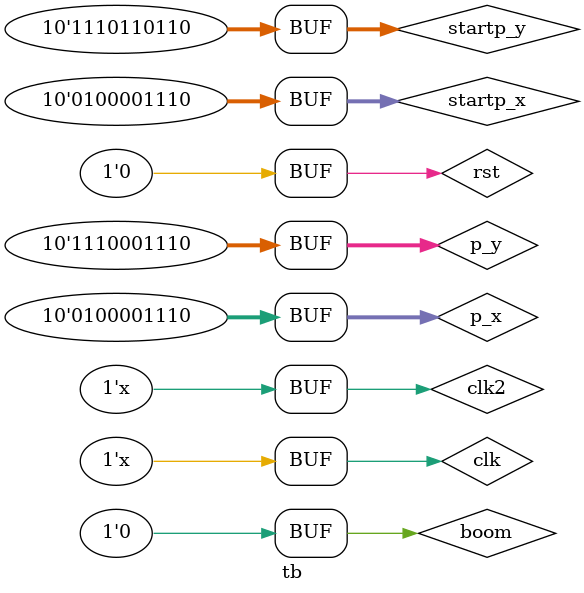
<source format=v>
`timescale 1ns/1ps

module tb();
reg clk,rst,clk2;
reg [9:0] p_x,p_y,startp_x,startp_y;
reg [9:0] x,y;
reg boom;
wire [9:0] b_x,b_y;
wire [11:0] mybullet_rgb;
wire mybullet_en;

Bullet_Judge gg(
    .clk(clk),
    .rst(rst),
    .clk2(clk2),
    .p_x(p_x),
    .p_y(p_y),
    .startp_x(startp_x),
    .startp_y(startp_y),
    .x(x),.y(y),
    .boom(boom),
    .b_x(b_x),.b_y(b_y),
    .mybullet_rgb(mybullet_rgb),
    .mybullet_en(mybullet_en)
);

initial begin
    clk = 0;
    clk2 = 0;
    rst = 1;
    p_x = 10'd270;
    p_y = 10'd430 + 10'd480;
    startp_x = 10'd270;
    startp_y = 10'd430 + 10'd520;
    #5;
    rst = 0;
    boom = 0;
end


    always #10 clk <= ~clk;
    always #20 clk2 <= ~clk2;

endmodule
</source>
